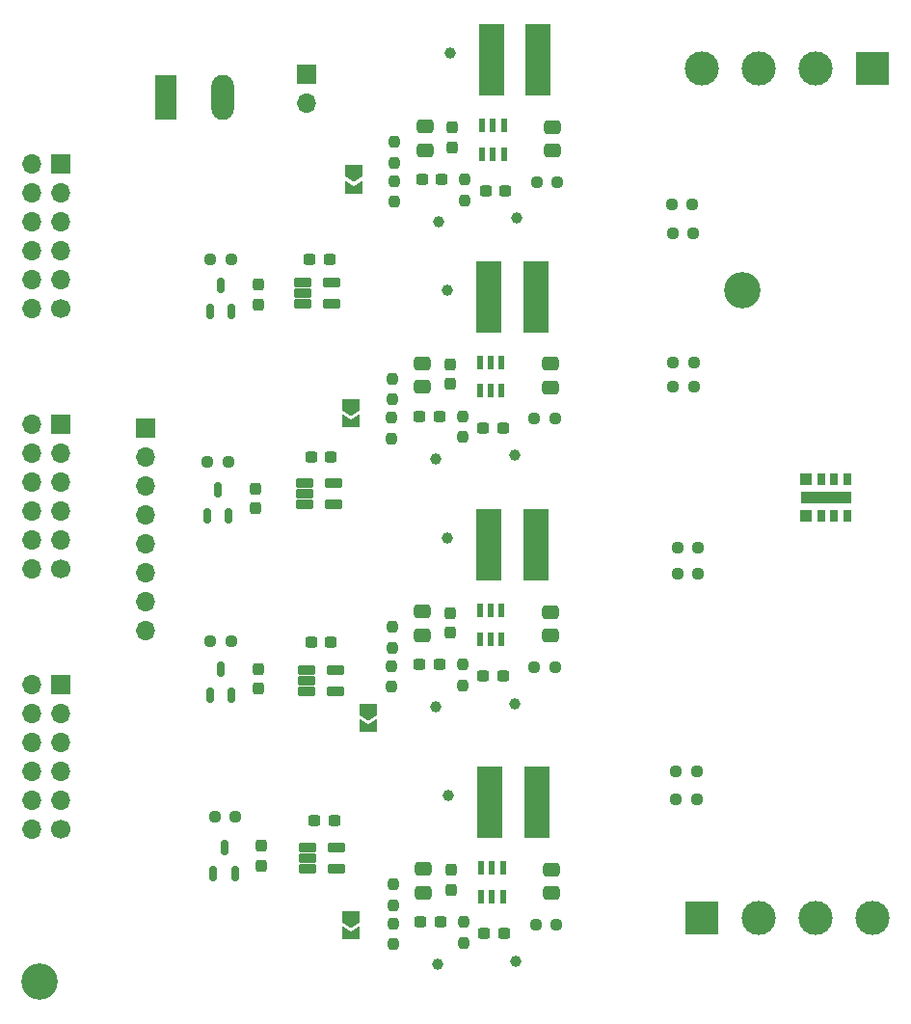
<source format=gbr>
%TF.GenerationSoftware,KiCad,Pcbnew,9.0.2*%
%TF.CreationDate,2025-07-22T21:11:50+02:00*%
%TF.ProjectId,rgbw_pmod,72676277-5f70-46d6-9f64-2e6b69636164,rev?*%
%TF.SameCoordinates,Original*%
%TF.FileFunction,Soldermask,Top*%
%TF.FilePolarity,Negative*%
%FSLAX46Y46*%
G04 Gerber Fmt 4.6, Leading zero omitted, Abs format (unit mm)*
G04 Created by KiCad (PCBNEW 9.0.2) date 2025-07-22 21:11:50*
%MOMM*%
%LPD*%
G01*
G04 APERTURE LIST*
G04 Aperture macros list*
%AMRoundRect*
0 Rectangle with rounded corners*
0 $1 Rounding radius*
0 $2 $3 $4 $5 $6 $7 $8 $9 X,Y pos of 4 corners*
0 Add a 4 corners polygon primitive as box body*
4,1,4,$2,$3,$4,$5,$6,$7,$8,$9,$2,$3,0*
0 Add four circle primitives for the rounded corners*
1,1,$1+$1,$2,$3*
1,1,$1+$1,$4,$5*
1,1,$1+$1,$6,$7*
1,1,$1+$1,$8,$9*
0 Add four rect primitives between the rounded corners*
20,1,$1+$1,$2,$3,$4,$5,0*
20,1,$1+$1,$4,$5,$6,$7,0*
20,1,$1+$1,$6,$7,$8,$9,0*
20,1,$1+$1,$8,$9,$2,$3,0*%
%AMFreePoly0*
4,1,6,1.000000,0.000000,0.500000,-0.750000,-0.500000,-0.750000,-0.500000,0.750000,0.500000,0.750000,1.000000,0.000000,1.000000,0.000000,$1*%
%AMFreePoly1*
4,1,6,0.500000,-0.750000,-0.650000,-0.750000,-0.150000,0.000000,-0.650000,0.750000,0.500000,0.750000,0.500000,-0.750000,0.500000,-0.750000,$1*%
G04 Aperture macros list end*
%ADD10RoundRect,0.237500X-0.250000X-0.237500X0.250000X-0.237500X0.250000X0.237500X-0.250000X0.237500X0*%
%ADD11RoundRect,0.250000X-0.475000X0.337500X-0.475000X-0.337500X0.475000X-0.337500X0.475000X0.337500X0*%
%ADD12R,0.600000X1.250000*%
%ADD13RoundRect,0.237500X-0.300000X-0.237500X0.300000X-0.237500X0.300000X0.237500X-0.300000X0.237500X0*%
%ADD14C,3.200000*%
%ADD15R,3.000000X3.000000*%
%ADD16C,3.000000*%
%ADD17RoundRect,0.237500X0.237500X-0.250000X0.237500X0.250000X-0.237500X0.250000X-0.237500X-0.250000X0*%
%ADD18FreePoly0,270.000000*%
%ADD19FreePoly1,270.000000*%
%ADD20RoundRect,0.237500X-0.237500X0.300000X-0.237500X-0.300000X0.237500X-0.300000X0.237500X0.300000X0*%
%ADD21R,2.209800X6.299200*%
%ADD22C,1.000000*%
%ADD23RoundRect,0.102000X-0.660400X-0.279400X0.660400X-0.279400X0.660400X0.279400X-0.660400X0.279400X0*%
%ADD24RoundRect,0.237500X-0.237500X0.250000X-0.237500X-0.250000X0.237500X-0.250000X0.237500X0.250000X0*%
%ADD25RoundRect,0.237500X0.300000X0.237500X-0.300000X0.237500X-0.300000X-0.237500X0.300000X-0.237500X0*%
%ADD26R,1.700000X1.700000*%
%ADD27O,1.700000X1.700000*%
%ADD28C,1.700000*%
%ADD29RoundRect,0.150000X0.150000X-0.512500X0.150000X0.512500X-0.150000X0.512500X-0.150000X-0.512500X0*%
%ADD30RoundRect,0.237500X0.250000X0.237500X-0.250000X0.237500X-0.250000X-0.237500X0.250000X-0.237500X0*%
%ADD31R,0.670000X1.100000*%
%ADD32R,0.980000X1.100000*%
%ADD33R,4.480000X1.100000*%
%ADD34R,1.980000X3.960000*%
%ADD35O,1.980000X3.960000*%
G04 APERTURE END LIST*
D10*
%TO.C,R9*%
X124175000Y-85300000D03*
X126000000Y-85300000D03*
%TD*%
D11*
%TO.C,C20*%
X113000000Y-88662500D03*
X113000000Y-90737500D03*
%TD*%
D12*
%TO.C,IC1*%
X108950000Y-45950000D03*
X108000000Y-45950000D03*
X107050000Y-45950000D03*
X107050000Y-48450000D03*
X108000000Y-48450000D03*
X108950000Y-48450000D03*
%TD*%
D10*
%TO.C,R12*%
X123800000Y-66800000D03*
X125625000Y-66800000D03*
%TD*%
D13*
%TO.C,C18*%
X101537500Y-71500000D03*
X103262500Y-71500000D03*
%TD*%
D14*
%TO.C,H1*%
X68200000Y-121100000D03*
%TD*%
D13*
%TO.C,C23*%
X101537500Y-93300000D03*
X103262500Y-93300000D03*
%TD*%
D10*
%TO.C,R5*%
X123787500Y-68900000D03*
X125612500Y-68900000D03*
%TD*%
D15*
%TO.C,J8*%
X141300000Y-40900000D03*
D16*
X136300000Y-40900000D03*
X131300000Y-40900000D03*
X126300000Y-40900000D03*
%TD*%
D17*
%TO.C,R16*%
X99325000Y-49212500D03*
X99325000Y-47387500D03*
%TD*%
D18*
%TO.C,JP4*%
X95500000Y-115475000D03*
D19*
X95500000Y-116925000D03*
%TD*%
D10*
%TO.C,R4*%
X124087500Y-102700000D03*
X125912500Y-102700000D03*
%TD*%
D20*
%TO.C,C17*%
X104200000Y-66937500D03*
X104200000Y-68662500D03*
%TD*%
D10*
%TO.C,R6*%
X83182700Y-91209800D03*
X85007700Y-91209800D03*
%TD*%
D21*
%TO.C,L1*%
X107842600Y-40200000D03*
X111957400Y-40200000D03*
%TD*%
D22*
%TO.C,TP14*%
X109975000Y-119300000D03*
%TD*%
D11*
%TO.C,C26*%
X101900000Y-111225000D03*
X101900000Y-113300000D03*
%TD*%
D12*
%TO.C,IC2*%
X108750000Y-66750000D03*
X107800000Y-66750000D03*
X106850000Y-66750000D03*
X106850000Y-69250000D03*
X107800000Y-69250000D03*
X108750000Y-69250000D03*
%TD*%
D23*
%TO.C,U4*%
X91740200Y-109330600D03*
X91740200Y-110270400D03*
X91740200Y-111210200D03*
X94280200Y-111210200D03*
X94280200Y-109330600D03*
%TD*%
D20*
%TO.C,C6*%
X87365200Y-93670400D03*
X87365200Y-95395400D03*
%TD*%
%TO.C,C4*%
X87115200Y-77845400D03*
X87115200Y-79570400D03*
%TD*%
D24*
%TO.C,R25*%
X105400000Y-115887500D03*
X105400000Y-117712500D03*
%TD*%
D22*
%TO.C,TP9*%
X104000000Y-82200000D03*
%TD*%
D11*
%TO.C,C25*%
X113100000Y-111262500D03*
X113100000Y-113337500D03*
%TD*%
D17*
%TO.C,R23*%
X99100000Y-95237500D03*
X99100000Y-93412500D03*
%TD*%
D10*
%TO.C,R1*%
X83187500Y-57700000D03*
X85012500Y-57700000D03*
%TD*%
D20*
%TO.C,C8*%
X87680200Y-109210200D03*
X87680200Y-110935200D03*
%TD*%
D22*
%TO.C,TP13*%
X104100000Y-104800000D03*
%TD*%
D13*
%TO.C,C13*%
X101737500Y-50700000D03*
X103462500Y-50700000D03*
%TD*%
D25*
%TO.C,C19*%
X108862500Y-94300000D03*
X107137500Y-94300000D03*
%TD*%
D26*
%TO.C,J3*%
X70000000Y-72220000D03*
D27*
X70000000Y-74760000D03*
X70000000Y-77300000D03*
X70000000Y-79840000D03*
X70000000Y-82380000D03*
D28*
X70000000Y-84920000D03*
D27*
X67460000Y-72220000D03*
X67460000Y-74760000D03*
X67460000Y-77300000D03*
X67460000Y-79840000D03*
X67460000Y-82380000D03*
X67460000Y-84920000D03*
%TD*%
D20*
%TO.C,C12*%
X104400000Y-46137500D03*
X104400000Y-47862500D03*
%TD*%
D22*
%TO.C,TP7*%
X103000000Y-75200000D03*
%TD*%
D11*
%TO.C,C15*%
X113000000Y-66862500D03*
X113000000Y-68937500D03*
%TD*%
D10*
%TO.C,R7*%
X83567700Y-106672700D03*
X85392700Y-106672700D03*
%TD*%
D21*
%TO.C,L4*%
X107742600Y-105400000D03*
X111857400Y-105400000D03*
%TD*%
D14*
%TO.C,H2*%
X129900000Y-60400000D03*
%TD*%
D12*
%TO.C,IC3*%
X108750000Y-88550000D03*
X107800000Y-88550000D03*
X106850000Y-88550000D03*
X106850000Y-91050000D03*
X107800000Y-91050000D03*
X108750000Y-91050000D03*
%TD*%
D10*
%TO.C,R3*%
X124087500Y-105100000D03*
X125912500Y-105100000D03*
%TD*%
D26*
%TO.C,J2*%
X70000000Y-95080000D03*
D27*
X70000000Y-97620000D03*
X70000000Y-100160000D03*
X70000000Y-102700000D03*
X70000000Y-105240000D03*
D28*
X70000000Y-107780000D03*
D27*
X67460000Y-95080000D03*
X67460000Y-97620000D03*
X67460000Y-100160000D03*
X67460000Y-102700000D03*
X67460000Y-105240000D03*
X67460000Y-107780000D03*
%TD*%
D25*
%TO.C,C9*%
X109062500Y-51700000D03*
X107337500Y-51700000D03*
%TD*%
D22*
%TO.C,TP10*%
X109875000Y-96700000D03*
%TD*%
D10*
%TO.C,R8*%
X124175000Y-83000000D03*
X126000000Y-83000000D03*
%TD*%
D15*
%TO.C,J7*%
X126300000Y-115500000D03*
D16*
X131300000Y-115500000D03*
X136300000Y-115500000D03*
X141300000Y-115500000D03*
%TD*%
D22*
%TO.C,TP15*%
X103100000Y-119600000D03*
%TD*%
D24*
%TO.C,R21*%
X105300000Y-93287500D03*
X105300000Y-95112500D03*
%TD*%
D25*
%TO.C,C3*%
X93765200Y-75057900D03*
X92040200Y-75057900D03*
%TD*%
D29*
%TO.C,D2*%
X82890200Y-80195400D03*
X84790200Y-80195400D03*
X83840200Y-77920400D03*
%TD*%
D11*
%TO.C,C16*%
X101800000Y-66825000D03*
X101800000Y-68900000D03*
%TD*%
D17*
%TO.C,R28*%
X99225000Y-114412500D03*
X99225000Y-112587500D03*
%TD*%
D30*
%TO.C,R14*%
X113655100Y-50900000D03*
X111830100Y-50900000D03*
%TD*%
D24*
%TO.C,R13*%
X105500000Y-50687500D03*
X105500000Y-52512500D03*
%TD*%
D17*
%TO.C,R27*%
X99200000Y-117837500D03*
X99200000Y-116012500D03*
%TD*%
D18*
%TO.C,JP3*%
X97000000Y-97250000D03*
D19*
X97000000Y-98700000D03*
%TD*%
D29*
%TO.C,D3*%
X83145200Y-95984800D03*
X85045200Y-95984800D03*
X84095200Y-93709800D03*
%TD*%
D31*
%TO.C,LED1*%
X139140000Y-77000000D03*
X139140000Y-80200000D03*
X137970000Y-77000000D03*
X137970000Y-80200000D03*
X136800000Y-77000000D03*
X136800000Y-80200000D03*
D32*
X135475000Y-77000000D03*
X135475000Y-80200000D03*
D33*
X137232000Y-78600000D03*
%TD*%
D29*
%TO.C,D4*%
X83430200Y-111647700D03*
X85330200Y-111647700D03*
X84380200Y-109372700D03*
%TD*%
D25*
%TO.C,C1*%
X93632500Y-57660200D03*
X91907500Y-57660200D03*
%TD*%
D21*
%TO.C,L3*%
X107642600Y-82800000D03*
X111757400Y-82800000D03*
%TD*%
D17*
%TO.C,R19*%
X99100000Y-73437500D03*
X99100000Y-71612500D03*
%TD*%
D12*
%TO.C,IC4*%
X108850000Y-111150000D03*
X107900000Y-111150000D03*
X106950000Y-111150000D03*
X106950000Y-113650000D03*
X107900000Y-113650000D03*
X108850000Y-113650000D03*
%TD*%
D22*
%TO.C,TP1*%
X104200000Y-39600000D03*
%TD*%
D20*
%TO.C,C27*%
X104300000Y-111337500D03*
X104300000Y-113062500D03*
%TD*%
D23*
%TO.C,U1*%
X91300000Y-59720400D03*
X91300000Y-60660200D03*
X91300000Y-61600000D03*
X93840000Y-61600000D03*
X93840000Y-59720400D03*
%TD*%
D26*
%TO.C,J1*%
X70000000Y-49360000D03*
D27*
X70000000Y-51900000D03*
X70000000Y-54440000D03*
X70000000Y-56980000D03*
X70000000Y-59520000D03*
D28*
X70000000Y-62060000D03*
D27*
X67460000Y-49360000D03*
X67460000Y-51900000D03*
X67460000Y-54440000D03*
X67460000Y-56980000D03*
X67460000Y-59520000D03*
X67460000Y-62060000D03*
%TD*%
D26*
%TO.C,J4*%
X77500000Y-72525000D03*
D27*
X77500000Y-75065000D03*
X77500000Y-77605000D03*
X77500000Y-80145000D03*
X77500000Y-82685000D03*
X77500000Y-85225000D03*
X77500000Y-87765000D03*
X77500000Y-90305000D03*
%TD*%
D18*
%TO.C,JP2*%
X95500000Y-70475000D03*
D19*
X95500000Y-71925000D03*
%TD*%
D25*
%TO.C,C14*%
X108862500Y-72500000D03*
X107137500Y-72500000D03*
%TD*%
D30*
%TO.C,R18*%
X113455100Y-71700000D03*
X111630100Y-71700000D03*
%TD*%
D11*
%TO.C,C11*%
X102000000Y-46025000D03*
X102000000Y-48100000D03*
%TD*%
D25*
%TO.C,C5*%
X93757700Y-91309800D03*
X92032700Y-91309800D03*
%TD*%
D24*
%TO.C,R17*%
X105300000Y-71487500D03*
X105300000Y-73312500D03*
%TD*%
D20*
%TO.C,C2*%
X87400000Y-59937500D03*
X87400000Y-61662500D03*
%TD*%
D13*
%TO.C,C28*%
X101637500Y-115900000D03*
X103362500Y-115900000D03*
%TD*%
D20*
%TO.C,C22*%
X104200000Y-88737500D03*
X104200000Y-90462500D03*
%TD*%
D30*
%TO.C,R22*%
X113455100Y-93500000D03*
X111630100Y-93500000D03*
%TD*%
D22*
%TO.C,TP11*%
X103000000Y-97000000D03*
%TD*%
D23*
%TO.C,U3*%
X91605200Y-93760200D03*
X91605200Y-94700000D03*
X91605200Y-95639800D03*
X94145200Y-95639800D03*
X94145200Y-93760200D03*
%TD*%
D30*
%TO.C,R26*%
X113555100Y-116100000D03*
X111730100Y-116100000D03*
%TD*%
D10*
%TO.C,R11*%
X123775000Y-55400000D03*
X125600000Y-55400000D03*
%TD*%
D18*
%TO.C,JP1*%
X95750000Y-49950000D03*
D19*
X95750000Y-51400000D03*
%TD*%
D29*
%TO.C,D1*%
X83150000Y-62237500D03*
X85050000Y-62237500D03*
X84100000Y-59962500D03*
%TD*%
D17*
%TO.C,R20*%
X99125000Y-70012500D03*
X99125000Y-68187500D03*
%TD*%
D22*
%TO.C,TP5*%
X104000000Y-60400000D03*
%TD*%
D23*
%TO.C,U2*%
X91470200Y-77318100D03*
X91470200Y-78257900D03*
X91470200Y-79197700D03*
X94010200Y-79197700D03*
X94010200Y-77318100D03*
%TD*%
D26*
%TO.C,J6*%
X91600000Y-41425000D03*
D27*
X91600000Y-43965000D03*
%TD*%
D21*
%TO.C,L2*%
X107642600Y-61000000D03*
X111757400Y-61000000D03*
%TD*%
D34*
%TO.C,J5*%
X79235000Y-43500000D03*
D35*
X84235000Y-43500000D03*
%TD*%
D22*
%TO.C,TP2*%
X110075000Y-54100000D03*
%TD*%
D11*
%TO.C,C10*%
X113200000Y-46062500D03*
X113200000Y-48137500D03*
%TD*%
D25*
%TO.C,C7*%
X94042700Y-107010200D03*
X92317700Y-107010200D03*
%TD*%
D22*
%TO.C,TP3*%
X103200000Y-54400000D03*
%TD*%
%TO.C,TP6*%
X109875000Y-74900000D03*
%TD*%
D17*
%TO.C,R24*%
X99125000Y-91812500D03*
X99125000Y-89987500D03*
%TD*%
D11*
%TO.C,C21*%
X101800000Y-88625000D03*
X101800000Y-90700000D03*
%TD*%
D25*
%TO.C,C24*%
X108962500Y-116900000D03*
X107237500Y-116900000D03*
%TD*%
D17*
%TO.C,R15*%
X99300000Y-52637500D03*
X99300000Y-50812500D03*
%TD*%
D10*
%TO.C,R10*%
X123687500Y-52900000D03*
X125512500Y-52900000D03*
%TD*%
%TO.C,R2*%
X82927700Y-75457900D03*
X84752700Y-75457900D03*
%TD*%
M02*

</source>
